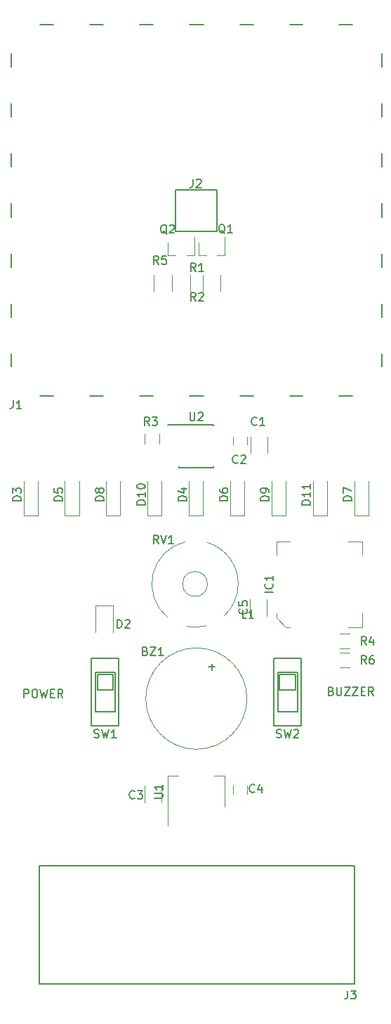
<source format=gbr>
G04 #@! TF.FileFunction,Legend,Top*
%FSLAX46Y46*%
G04 Gerber Fmt 4.6, Leading zero omitted, Abs format (unit mm)*
G04 Created by KiCad (PCBNEW 4.0.7-e2-6376~58~ubuntu16.04.1) date Sat Oct 21 15:52:31 2017*
%MOMM*%
%LPD*%
G01*
G04 APERTURE LIST*
%ADD10C,0.100000*%
%ADD11C,0.150000*%
%ADD12C,0.120000*%
G04 APERTURE END LIST*
D10*
D11*
X81056000Y-193154000D02*
X81056000Y-178904000D01*
X119056000Y-193154000D02*
X81056000Y-193154000D01*
X119056000Y-178904000D02*
X119056000Y-193154000D01*
X81056000Y-178904000D02*
X119056000Y-178904000D01*
D12*
X101339000Y-145000000D02*
G75*
G03X101339000Y-145000000I-1500000J0D01*
G01*
X105048257Y-144909343D02*
G75*
G02X103325000Y-148872000I-5209257J-90657D01*
G01*
X101187867Y-150033072D02*
G75*
G02X98845000Y-150115000I-1348867J5033072D01*
G01*
X96489053Y-148990617D02*
G75*
G02X98668000Y-139923000I3349947J3990617D01*
G01*
X101275071Y-139991827D02*
G75*
G02X105049000Y-145000000I-1436071J-5008173D01*
G01*
X106100000Y-158800000D02*
G75*
G03X106100000Y-158800000I-6100000J0D01*
G01*
X106549000Y-127246000D02*
X106549000Y-129246000D01*
X108589000Y-129246000D02*
X108589000Y-127246000D01*
X104433000Y-127246000D02*
X104433000Y-128246000D01*
X106133000Y-128246000D02*
X106133000Y-127246000D01*
D11*
X102448360Y-97576640D02*
X102448360Y-102575360D01*
X102448360Y-102575360D02*
X97449640Y-102575360D01*
X97449640Y-102575360D02*
X97449640Y-97576640D01*
X97449640Y-97576640D02*
X102448360Y-97576640D01*
X81150000Y-77665000D02*
X82750000Y-77665000D01*
X81150000Y-122335000D02*
X82750000Y-122335000D01*
X87150000Y-77665000D02*
X88750000Y-77665000D01*
X87150000Y-122335000D02*
X88750000Y-122335000D01*
X93150000Y-77665000D02*
X94750000Y-77665000D01*
X93150000Y-122335000D02*
X94750000Y-122335000D01*
X99150000Y-77665000D02*
X100850000Y-77665000D01*
X99150000Y-122335000D02*
X100850000Y-122335000D01*
X105250000Y-77665000D02*
X106850000Y-77665000D01*
X105250000Y-122335000D02*
X106850000Y-122335000D01*
X111250000Y-77665000D02*
X112850000Y-77665000D01*
X111250000Y-122335000D02*
X112850000Y-122335000D01*
X117250000Y-77665000D02*
X118850000Y-77665000D01*
X117250000Y-122335000D02*
X118850000Y-122335000D01*
X77665000Y-81150000D02*
X77665000Y-82750000D01*
X122335000Y-81150000D02*
X122335000Y-82750000D01*
X77665000Y-87150000D02*
X77665000Y-88750000D01*
X122335000Y-87150000D02*
X122335000Y-88750000D01*
X77665000Y-93150000D02*
X77665000Y-94750000D01*
X122335000Y-93150000D02*
X122335000Y-94750000D01*
X77665000Y-99150000D02*
X77665000Y-100850000D01*
X122335000Y-99150000D02*
X122335000Y-100850000D01*
X77665000Y-105250000D02*
X77665000Y-106850000D01*
X122335000Y-105250000D02*
X122335000Y-106850000D01*
X77665000Y-111250000D02*
X77665000Y-112850000D01*
X122335000Y-111250000D02*
X122335000Y-112850000D01*
X77665000Y-117250000D02*
X77665000Y-118850000D01*
X122335000Y-117250000D02*
X122335000Y-118850000D01*
D12*
X100274000Y-105408000D02*
X101204000Y-105408000D01*
X103434000Y-105408000D02*
X102504000Y-105408000D01*
X103434000Y-105408000D02*
X103434000Y-103248000D01*
X100274000Y-105408000D02*
X100274000Y-103948000D01*
X96591000Y-105408000D02*
X97521000Y-105408000D01*
X99751000Y-105408000D02*
X98821000Y-105408000D01*
X99751000Y-105408000D02*
X99751000Y-103248000D01*
X96591000Y-105408000D02*
X96591000Y-103948000D01*
X97101000Y-109765000D02*
X97101000Y-107765000D01*
X99241000Y-107765000D02*
X99241000Y-109765000D01*
X100784000Y-109765000D02*
X100784000Y-107765000D01*
X102924000Y-107765000D02*
X102924000Y-109765000D01*
D11*
X97925000Y-125822000D02*
X97925000Y-125872000D01*
X102075000Y-125822000D02*
X102075000Y-125967000D01*
X102075000Y-130972000D02*
X102075000Y-130827000D01*
X97925000Y-130972000D02*
X97925000Y-130827000D01*
X97925000Y-125822000D02*
X102075000Y-125822000D01*
X97925000Y-130972000D02*
X102075000Y-130972000D01*
X97925000Y-125872000D02*
X96525000Y-125872000D01*
D12*
X95762000Y-171307000D02*
X95762000Y-169307000D01*
X93722000Y-169307000D02*
X93722000Y-171307000D01*
X106133000Y-170299000D02*
X106133000Y-169299000D01*
X104433000Y-169299000D02*
X104433000Y-170299000D01*
D11*
X89950000Y-157762500D02*
X89950000Y-155862500D01*
X88050000Y-157762500D02*
X89950000Y-157762500D01*
X88050000Y-155862500D02*
X88050000Y-157762500D01*
X89950000Y-155862500D02*
X88050000Y-155862500D01*
X87812500Y-155625000D02*
X90187500Y-155625000D01*
X87812500Y-160375000D02*
X87812500Y-155625000D01*
X90187500Y-160375000D02*
X87812500Y-160375000D01*
X90187500Y-155625000D02*
X90187500Y-160375000D01*
X87337500Y-153962500D02*
X90662500Y-153962500D01*
X87337500Y-162037500D02*
X87337500Y-153962500D01*
X90662500Y-162037500D02*
X87337500Y-162037500D01*
X90662500Y-153962500D02*
X90662500Y-162037500D01*
D12*
X93735000Y-128108000D02*
X93735000Y-126908000D01*
X95495000Y-126908000D02*
X95495000Y-128108000D01*
X89960000Y-147636000D02*
X87840000Y-147636000D01*
X89960000Y-150836000D02*
X89960000Y-147636000D01*
X87840000Y-147636000D02*
X87840000Y-150836000D01*
D11*
X111950000Y-157762500D02*
X111950000Y-155862500D01*
X110050000Y-157762500D02*
X111950000Y-157762500D01*
X110050000Y-155862500D02*
X110050000Y-157762500D01*
X111950000Y-155862500D02*
X110050000Y-155862500D01*
X109812500Y-155625000D02*
X112187500Y-155625000D01*
X109812500Y-160375000D02*
X109812500Y-155625000D01*
X112187500Y-160375000D02*
X109812500Y-160375000D01*
X112187500Y-155625000D02*
X112187500Y-160375000D01*
X109337500Y-153962500D02*
X112662500Y-153962500D01*
X109337500Y-162037500D02*
X109337500Y-153962500D01*
X112662500Y-162037500D02*
X109337500Y-162037500D01*
X112662500Y-153962500D02*
X112662500Y-162037500D01*
D12*
X94891200Y-109770080D02*
X94891200Y-107770080D01*
X97031200Y-107770080D02*
X97031200Y-109770080D01*
D10*
X109643000Y-148549000D02*
X109643000Y-149049000D01*
X109643000Y-149049000D02*
X110793000Y-150199000D01*
X110793000Y-150199000D02*
X111293000Y-150199000D01*
X109643000Y-141519000D02*
X109643000Y-139869000D01*
X109643000Y-139869000D02*
X111293000Y-139869000D01*
X119973000Y-148549000D02*
X119973000Y-150199000D01*
X119973000Y-150199000D02*
X118323000Y-150199000D01*
X119973000Y-141519000D02*
X119973000Y-139869000D01*
X119973000Y-139869000D02*
X118323000Y-139869000D01*
D12*
X103410000Y-168090000D02*
X102150000Y-168090000D01*
X96590000Y-168090000D02*
X97850000Y-168090000D01*
X103410000Y-171850000D02*
X103410000Y-168090000D01*
X96590000Y-174100000D02*
X96590000Y-168090000D01*
X79160000Y-136690000D02*
X79160000Y-132640000D01*
X80860000Y-136690000D02*
X80860000Y-132640000D01*
X79160000Y-136740000D02*
X80860000Y-136740000D01*
X99099000Y-136690000D02*
X99099000Y-132640000D01*
X100799000Y-136690000D02*
X100799000Y-132640000D01*
X99099000Y-136740000D02*
X100799000Y-136740000D01*
X84144750Y-136740000D02*
X85844750Y-136740000D01*
X85844750Y-136690000D02*
X85844750Y-132640000D01*
X84144750Y-136690000D02*
X84144750Y-132640000D01*
X104083750Y-136740000D02*
X105783750Y-136740000D01*
X105783750Y-136690000D02*
X105783750Y-132640000D01*
X104083750Y-136690000D02*
X104083750Y-132640000D01*
X119038000Y-136690000D02*
X119038000Y-132640000D01*
X120738000Y-136690000D02*
X120738000Y-132640000D01*
X119038000Y-136740000D02*
X120738000Y-136740000D01*
X89129500Y-136690000D02*
X89129500Y-132640000D01*
X90829500Y-136690000D02*
X90829500Y-132640000D01*
X89129500Y-136740000D02*
X90829500Y-136740000D01*
X109068500Y-136690000D02*
X109068500Y-132640000D01*
X110768500Y-136690000D02*
X110768500Y-132640000D01*
X109068500Y-136740000D02*
X110768500Y-136740000D01*
X94114250Y-136740000D02*
X95814250Y-136740000D01*
X95814250Y-136690000D02*
X95814250Y-132640000D01*
X94114250Y-136690000D02*
X94114250Y-132640000D01*
X114053250Y-136740000D02*
X115753250Y-136740000D01*
X115753250Y-136690000D02*
X115753250Y-132640000D01*
X114053250Y-136690000D02*
X114053250Y-132640000D01*
X118456000Y-152772000D02*
X117256000Y-152772000D01*
X117256000Y-151012000D02*
X118456000Y-151012000D01*
X118456000Y-155058000D02*
X117256000Y-155058000D01*
X117256000Y-153298000D02*
X118456000Y-153298000D01*
X108462000Y-148828000D02*
X108462000Y-146828000D01*
X106422000Y-146828000D02*
X106422000Y-148828000D01*
D11*
X118238667Y-193964381D02*
X118238667Y-194678667D01*
X118191047Y-194821524D01*
X118095809Y-194916762D01*
X117952952Y-194964381D01*
X117857714Y-194964381D01*
X118619619Y-193964381D02*
X119238667Y-193964381D01*
X118905333Y-194345333D01*
X119048191Y-194345333D01*
X119143429Y-194392952D01*
X119191048Y-194440571D01*
X119238667Y-194535810D01*
X119238667Y-194773905D01*
X119191048Y-194869143D01*
X119143429Y-194916762D01*
X119048191Y-194964381D01*
X118762476Y-194964381D01*
X118667238Y-194916762D01*
X118619619Y-194869143D01*
X95416762Y-140152381D02*
X95083428Y-139676190D01*
X94845333Y-140152381D02*
X94845333Y-139152381D01*
X95226286Y-139152381D01*
X95321524Y-139200000D01*
X95369143Y-139247619D01*
X95416762Y-139342857D01*
X95416762Y-139485714D01*
X95369143Y-139580952D01*
X95321524Y-139628571D01*
X95226286Y-139676190D01*
X94845333Y-139676190D01*
X95702476Y-139152381D02*
X96035809Y-140152381D01*
X96369143Y-139152381D01*
X97226286Y-140152381D02*
X96654857Y-140152381D01*
X96940571Y-140152381D02*
X96940571Y-139152381D01*
X96845333Y-139295238D01*
X96750095Y-139390476D01*
X96654857Y-139438095D01*
X93861048Y-153090571D02*
X94003905Y-153138190D01*
X94051524Y-153185810D01*
X94099143Y-153281048D01*
X94099143Y-153423905D01*
X94051524Y-153519143D01*
X94003905Y-153566762D01*
X93908667Y-153614381D01*
X93527714Y-153614381D01*
X93527714Y-152614381D01*
X93861048Y-152614381D01*
X93956286Y-152662000D01*
X94003905Y-152709619D01*
X94051524Y-152804857D01*
X94051524Y-152900095D01*
X94003905Y-152995333D01*
X93956286Y-153042952D01*
X93861048Y-153090571D01*
X93527714Y-153090571D01*
X94432476Y-152614381D02*
X95099143Y-152614381D01*
X94432476Y-153614381D01*
X95099143Y-153614381D01*
X96003905Y-153614381D02*
X95432476Y-153614381D01*
X95718190Y-153614381D02*
X95718190Y-152614381D01*
X95622952Y-152757238D01*
X95527714Y-152852476D01*
X95432476Y-152900095D01*
X101871429Y-155380952D02*
X101871429Y-154619047D01*
X102252381Y-154999999D02*
X101490476Y-154999999D01*
X107275334Y-125833143D02*
X107227715Y-125880762D01*
X107084858Y-125928381D01*
X106989620Y-125928381D01*
X106846762Y-125880762D01*
X106751524Y-125785524D01*
X106703905Y-125690286D01*
X106656286Y-125499810D01*
X106656286Y-125356952D01*
X106703905Y-125166476D01*
X106751524Y-125071238D01*
X106846762Y-124976000D01*
X106989620Y-124928381D01*
X107084858Y-124928381D01*
X107227715Y-124976000D01*
X107275334Y-125023619D01*
X108227715Y-125928381D02*
X107656286Y-125928381D01*
X107942000Y-125928381D02*
X107942000Y-124928381D01*
X107846762Y-125071238D01*
X107751524Y-125166476D01*
X107656286Y-125214095D01*
X104989334Y-130405143D02*
X104941715Y-130452762D01*
X104798858Y-130500381D01*
X104703620Y-130500381D01*
X104560762Y-130452762D01*
X104465524Y-130357524D01*
X104417905Y-130262286D01*
X104370286Y-130071810D01*
X104370286Y-129928952D01*
X104417905Y-129738476D01*
X104465524Y-129643238D01*
X104560762Y-129548000D01*
X104703620Y-129500381D01*
X104798858Y-129500381D01*
X104941715Y-129548000D01*
X104989334Y-129595619D01*
X105370286Y-129595619D02*
X105417905Y-129548000D01*
X105513143Y-129500381D01*
X105751239Y-129500381D01*
X105846477Y-129548000D01*
X105894096Y-129595619D01*
X105941715Y-129690857D01*
X105941715Y-129786095D01*
X105894096Y-129928952D01*
X105322667Y-130500381D01*
X105941715Y-130500381D01*
X99575027Y-96272101D02*
X99575027Y-96986387D01*
X99527407Y-97129244D01*
X99432169Y-97224482D01*
X99289312Y-97272101D01*
X99194074Y-97272101D01*
X100003598Y-96367339D02*
X100051217Y-96319720D01*
X100146455Y-96272101D01*
X100384551Y-96272101D01*
X100479789Y-96319720D01*
X100527408Y-96367339D01*
X100575027Y-96462577D01*
X100575027Y-96557815D01*
X100527408Y-96700672D01*
X99955979Y-97272101D01*
X100575027Y-97272101D01*
X77898667Y-122896381D02*
X77898667Y-123610667D01*
X77851047Y-123753524D01*
X77755809Y-123848762D01*
X77612952Y-123896381D01*
X77517714Y-123896381D01*
X78898667Y-123896381D02*
X78327238Y-123896381D01*
X78612952Y-123896381D02*
X78612952Y-122896381D01*
X78517714Y-123039238D01*
X78422476Y-123134476D01*
X78327238Y-123182095D01*
X103445322Y-102792779D02*
X103350084Y-102745160D01*
X103254846Y-102649922D01*
X103111989Y-102507065D01*
X103016750Y-102459446D01*
X102921512Y-102459446D01*
X102969131Y-102697541D02*
X102873893Y-102649922D01*
X102778655Y-102554684D01*
X102731036Y-102364208D01*
X102731036Y-102030874D01*
X102778655Y-101840398D01*
X102873893Y-101745160D01*
X102969131Y-101697541D01*
X103159608Y-101697541D01*
X103254846Y-101745160D01*
X103350084Y-101840398D01*
X103397703Y-102030874D01*
X103397703Y-102364208D01*
X103350084Y-102554684D01*
X103254846Y-102649922D01*
X103159608Y-102697541D01*
X102969131Y-102697541D01*
X104350084Y-102697541D02*
X103778655Y-102697541D01*
X104064369Y-102697541D02*
X104064369Y-101697541D01*
X103969131Y-101840398D01*
X103873893Y-101935636D01*
X103778655Y-101983255D01*
X96450162Y-102858819D02*
X96354924Y-102811200D01*
X96259686Y-102715962D01*
X96116829Y-102573105D01*
X96021590Y-102525486D01*
X95926352Y-102525486D01*
X95973971Y-102763581D02*
X95878733Y-102715962D01*
X95783495Y-102620724D01*
X95735876Y-102430248D01*
X95735876Y-102096914D01*
X95783495Y-101906438D01*
X95878733Y-101811200D01*
X95973971Y-101763581D01*
X96164448Y-101763581D01*
X96259686Y-101811200D01*
X96354924Y-101906438D01*
X96402543Y-102096914D01*
X96402543Y-102430248D01*
X96354924Y-102620724D01*
X96259686Y-102715962D01*
X96164448Y-102763581D01*
X95973971Y-102763581D01*
X96783495Y-101858819D02*
X96831114Y-101811200D01*
X96926352Y-101763581D01*
X97164448Y-101763581D01*
X97259686Y-101811200D01*
X97307305Y-101858819D01*
X97354924Y-101954057D01*
X97354924Y-102049295D01*
X97307305Y-102192152D01*
X96735876Y-102763581D01*
X97354924Y-102763581D01*
X99909334Y-107386381D02*
X99576000Y-106910190D01*
X99337905Y-107386381D02*
X99337905Y-106386381D01*
X99718858Y-106386381D01*
X99814096Y-106434000D01*
X99861715Y-106481619D01*
X99909334Y-106576857D01*
X99909334Y-106719714D01*
X99861715Y-106814952D01*
X99814096Y-106862571D01*
X99718858Y-106910190D01*
X99337905Y-106910190D01*
X100861715Y-107386381D02*
X100290286Y-107386381D01*
X100576000Y-107386381D02*
X100576000Y-106386381D01*
X100480762Y-106529238D01*
X100385524Y-106624476D01*
X100290286Y-106672095D01*
X99909334Y-110942381D02*
X99576000Y-110466190D01*
X99337905Y-110942381D02*
X99337905Y-109942381D01*
X99718858Y-109942381D01*
X99814096Y-109990000D01*
X99861715Y-110037619D01*
X99909334Y-110132857D01*
X99909334Y-110275714D01*
X99861715Y-110370952D01*
X99814096Y-110418571D01*
X99718858Y-110466190D01*
X99337905Y-110466190D01*
X100290286Y-110037619D02*
X100337905Y-109990000D01*
X100433143Y-109942381D01*
X100671239Y-109942381D01*
X100766477Y-109990000D01*
X100814096Y-110037619D01*
X100861715Y-110132857D01*
X100861715Y-110228095D01*
X100814096Y-110370952D01*
X100242667Y-110942381D01*
X100861715Y-110942381D01*
X99238095Y-124349381D02*
X99238095Y-125158905D01*
X99285714Y-125254143D01*
X99333333Y-125301762D01*
X99428571Y-125349381D01*
X99619048Y-125349381D01*
X99714286Y-125301762D01*
X99761905Y-125254143D01*
X99809524Y-125158905D01*
X99809524Y-124349381D01*
X100238095Y-124444619D02*
X100285714Y-124397000D01*
X100380952Y-124349381D01*
X100619048Y-124349381D01*
X100714286Y-124397000D01*
X100761905Y-124444619D01*
X100809524Y-124539857D01*
X100809524Y-124635095D01*
X100761905Y-124777952D01*
X100190476Y-125349381D01*
X100809524Y-125349381D01*
X92543334Y-170791143D02*
X92495715Y-170838762D01*
X92352858Y-170886381D01*
X92257620Y-170886381D01*
X92114762Y-170838762D01*
X92019524Y-170743524D01*
X91971905Y-170648286D01*
X91924286Y-170457810D01*
X91924286Y-170314952D01*
X91971905Y-170124476D01*
X92019524Y-170029238D01*
X92114762Y-169934000D01*
X92257620Y-169886381D01*
X92352858Y-169886381D01*
X92495715Y-169934000D01*
X92543334Y-169981619D01*
X92876667Y-169886381D02*
X93495715Y-169886381D01*
X93162381Y-170267333D01*
X93305239Y-170267333D01*
X93400477Y-170314952D01*
X93448096Y-170362571D01*
X93495715Y-170457810D01*
X93495715Y-170695905D01*
X93448096Y-170791143D01*
X93400477Y-170838762D01*
X93305239Y-170886381D01*
X93019524Y-170886381D01*
X92924286Y-170838762D01*
X92876667Y-170791143D01*
X107021334Y-170029143D02*
X106973715Y-170076762D01*
X106830858Y-170124381D01*
X106735620Y-170124381D01*
X106592762Y-170076762D01*
X106497524Y-169981524D01*
X106449905Y-169886286D01*
X106402286Y-169695810D01*
X106402286Y-169552952D01*
X106449905Y-169362476D01*
X106497524Y-169267238D01*
X106592762Y-169172000D01*
X106735620Y-169124381D01*
X106830858Y-169124381D01*
X106973715Y-169172000D01*
X107021334Y-169219619D01*
X107878477Y-169457714D02*
X107878477Y-170124381D01*
X107640381Y-169076762D02*
X107402286Y-169791048D01*
X108021334Y-169791048D01*
X87666667Y-163472762D02*
X87809524Y-163520381D01*
X88047620Y-163520381D01*
X88142858Y-163472762D01*
X88190477Y-163425143D01*
X88238096Y-163329905D01*
X88238096Y-163234667D01*
X88190477Y-163139429D01*
X88142858Y-163091810D01*
X88047620Y-163044190D01*
X87857143Y-162996571D01*
X87761905Y-162948952D01*
X87714286Y-162901333D01*
X87666667Y-162806095D01*
X87666667Y-162710857D01*
X87714286Y-162615619D01*
X87761905Y-162568000D01*
X87857143Y-162520381D01*
X88095239Y-162520381D01*
X88238096Y-162568000D01*
X88571429Y-162520381D02*
X88809524Y-163520381D01*
X89000001Y-162806095D01*
X89190477Y-163520381D01*
X89428572Y-162520381D01*
X90333334Y-163520381D02*
X89761905Y-163520381D01*
X90047619Y-163520381D02*
X90047619Y-162520381D01*
X89952381Y-162663238D01*
X89857143Y-162758476D01*
X89761905Y-162806095D01*
X79224476Y-158694381D02*
X79224476Y-157694381D01*
X79605429Y-157694381D01*
X79700667Y-157742000D01*
X79748286Y-157789619D01*
X79795905Y-157884857D01*
X79795905Y-158027714D01*
X79748286Y-158122952D01*
X79700667Y-158170571D01*
X79605429Y-158218190D01*
X79224476Y-158218190D01*
X80414952Y-157694381D02*
X80605429Y-157694381D01*
X80700667Y-157742000D01*
X80795905Y-157837238D01*
X80843524Y-158027714D01*
X80843524Y-158361048D01*
X80795905Y-158551524D01*
X80700667Y-158646762D01*
X80605429Y-158694381D01*
X80414952Y-158694381D01*
X80319714Y-158646762D01*
X80224476Y-158551524D01*
X80176857Y-158361048D01*
X80176857Y-158027714D01*
X80224476Y-157837238D01*
X80319714Y-157742000D01*
X80414952Y-157694381D01*
X81176857Y-157694381D02*
X81414952Y-158694381D01*
X81605429Y-157980095D01*
X81795905Y-158694381D01*
X82034000Y-157694381D01*
X82414952Y-158170571D02*
X82748286Y-158170571D01*
X82891143Y-158694381D02*
X82414952Y-158694381D01*
X82414952Y-157694381D01*
X82891143Y-157694381D01*
X83891143Y-158694381D02*
X83557809Y-158218190D01*
X83319714Y-158694381D02*
X83319714Y-157694381D01*
X83700667Y-157694381D01*
X83795905Y-157742000D01*
X83843524Y-157789619D01*
X83891143Y-157884857D01*
X83891143Y-158027714D01*
X83843524Y-158122952D01*
X83795905Y-158170571D01*
X83700667Y-158218190D01*
X83319714Y-158218190D01*
X94321334Y-125928381D02*
X93988000Y-125452190D01*
X93749905Y-125928381D02*
X93749905Y-124928381D01*
X94130858Y-124928381D01*
X94226096Y-124976000D01*
X94273715Y-125023619D01*
X94321334Y-125118857D01*
X94321334Y-125261714D01*
X94273715Y-125356952D01*
X94226096Y-125404571D01*
X94130858Y-125452190D01*
X93749905Y-125452190D01*
X94654667Y-124928381D02*
X95273715Y-124928381D01*
X94940381Y-125309333D01*
X95083239Y-125309333D01*
X95178477Y-125356952D01*
X95226096Y-125404571D01*
X95273715Y-125499810D01*
X95273715Y-125737905D01*
X95226096Y-125833143D01*
X95178477Y-125880762D01*
X95083239Y-125928381D01*
X94797524Y-125928381D01*
X94702286Y-125880762D01*
X94654667Y-125833143D01*
X90447905Y-150312381D02*
X90447905Y-149312381D01*
X90686000Y-149312381D01*
X90828858Y-149360000D01*
X90924096Y-149455238D01*
X90971715Y-149550476D01*
X91019334Y-149740952D01*
X91019334Y-149883810D01*
X90971715Y-150074286D01*
X90924096Y-150169524D01*
X90828858Y-150264762D01*
X90686000Y-150312381D01*
X90447905Y-150312381D01*
X91400286Y-149407619D02*
X91447905Y-149360000D01*
X91543143Y-149312381D01*
X91781239Y-149312381D01*
X91876477Y-149360000D01*
X91924096Y-149407619D01*
X91971715Y-149502857D01*
X91971715Y-149598095D01*
X91924096Y-149740952D01*
X91352667Y-150312381D01*
X91971715Y-150312381D01*
X109666667Y-163472762D02*
X109809524Y-163520381D01*
X110047620Y-163520381D01*
X110142858Y-163472762D01*
X110190477Y-163425143D01*
X110238096Y-163329905D01*
X110238096Y-163234667D01*
X110190477Y-163139429D01*
X110142858Y-163091810D01*
X110047620Y-163044190D01*
X109857143Y-162996571D01*
X109761905Y-162948952D01*
X109714286Y-162901333D01*
X109666667Y-162806095D01*
X109666667Y-162710857D01*
X109714286Y-162615619D01*
X109761905Y-162568000D01*
X109857143Y-162520381D01*
X110095239Y-162520381D01*
X110238096Y-162568000D01*
X110571429Y-162520381D02*
X110809524Y-163520381D01*
X111000001Y-162806095D01*
X111190477Y-163520381D01*
X111428572Y-162520381D01*
X111761905Y-162615619D02*
X111809524Y-162568000D01*
X111904762Y-162520381D01*
X112142858Y-162520381D01*
X112238096Y-162568000D01*
X112285715Y-162615619D01*
X112333334Y-162710857D01*
X112333334Y-162806095D01*
X112285715Y-162948952D01*
X111714286Y-163520381D01*
X112333334Y-163520381D01*
X116260858Y-157916571D02*
X116403715Y-157964190D01*
X116451334Y-158011810D01*
X116498953Y-158107048D01*
X116498953Y-158249905D01*
X116451334Y-158345143D01*
X116403715Y-158392762D01*
X116308477Y-158440381D01*
X115927524Y-158440381D01*
X115927524Y-157440381D01*
X116260858Y-157440381D01*
X116356096Y-157488000D01*
X116403715Y-157535619D01*
X116451334Y-157630857D01*
X116451334Y-157726095D01*
X116403715Y-157821333D01*
X116356096Y-157868952D01*
X116260858Y-157916571D01*
X115927524Y-157916571D01*
X116927524Y-157440381D02*
X116927524Y-158249905D01*
X116975143Y-158345143D01*
X117022762Y-158392762D01*
X117118000Y-158440381D01*
X117308477Y-158440381D01*
X117403715Y-158392762D01*
X117451334Y-158345143D01*
X117498953Y-158249905D01*
X117498953Y-157440381D01*
X117879905Y-157440381D02*
X118546572Y-157440381D01*
X117879905Y-158440381D01*
X118546572Y-158440381D01*
X118832286Y-157440381D02*
X119498953Y-157440381D01*
X118832286Y-158440381D01*
X119498953Y-158440381D01*
X119879905Y-157916571D02*
X120213239Y-157916571D01*
X120356096Y-158440381D02*
X119879905Y-158440381D01*
X119879905Y-157440381D01*
X120356096Y-157440381D01*
X121356096Y-158440381D02*
X121022762Y-157964190D01*
X120784667Y-158440381D02*
X120784667Y-157440381D01*
X121165620Y-157440381D01*
X121260858Y-157488000D01*
X121308477Y-157535619D01*
X121356096Y-157630857D01*
X121356096Y-157773714D01*
X121308477Y-157868952D01*
X121260858Y-157916571D01*
X121165620Y-157964190D01*
X120784667Y-157964190D01*
X95449094Y-106507541D02*
X95115760Y-106031350D01*
X94877665Y-106507541D02*
X94877665Y-105507541D01*
X95258618Y-105507541D01*
X95353856Y-105555160D01*
X95401475Y-105602779D01*
X95449094Y-105698017D01*
X95449094Y-105840874D01*
X95401475Y-105936112D01*
X95353856Y-105983731D01*
X95258618Y-106031350D01*
X94877665Y-106031350D01*
X96353856Y-105507541D02*
X95877665Y-105507541D01*
X95830046Y-105983731D01*
X95877665Y-105936112D01*
X95972903Y-105888493D01*
X96210999Y-105888493D01*
X96306237Y-105936112D01*
X96353856Y-105983731D01*
X96401475Y-106078970D01*
X96401475Y-106317065D01*
X96353856Y-106412303D01*
X96306237Y-106459922D01*
X96210999Y-106507541D01*
X95972903Y-106507541D01*
X95877665Y-106459922D01*
X95830046Y-106412303D01*
X109245381Y-146010190D02*
X108245381Y-146010190D01*
X109150143Y-144962571D02*
X109197762Y-145010190D01*
X109245381Y-145153047D01*
X109245381Y-145248285D01*
X109197762Y-145391143D01*
X109102524Y-145486381D01*
X109007286Y-145534000D01*
X108816810Y-145581619D01*
X108673952Y-145581619D01*
X108483476Y-145534000D01*
X108388238Y-145486381D01*
X108293000Y-145391143D01*
X108245381Y-145248285D01*
X108245381Y-145153047D01*
X108293000Y-145010190D01*
X108340619Y-144962571D01*
X109245381Y-144010190D02*
X109245381Y-144581619D01*
X109245381Y-144295905D02*
X108245381Y-144295905D01*
X108388238Y-144391143D01*
X108483476Y-144486381D01*
X108531095Y-144581619D01*
X94952381Y-170761905D02*
X95761905Y-170761905D01*
X95857143Y-170714286D01*
X95904762Y-170666667D01*
X95952381Y-170571429D01*
X95952381Y-170380952D01*
X95904762Y-170285714D01*
X95857143Y-170238095D01*
X95761905Y-170190476D01*
X94952381Y-170190476D01*
X95952381Y-169190476D02*
X95952381Y-169761905D01*
X95952381Y-169476191D02*
X94952381Y-169476191D01*
X95095238Y-169571429D01*
X95190476Y-169666667D01*
X95238095Y-169761905D01*
X78862381Y-134978095D02*
X77862381Y-134978095D01*
X77862381Y-134740000D01*
X77910000Y-134597142D01*
X78005238Y-134501904D01*
X78100476Y-134454285D01*
X78290952Y-134406666D01*
X78433810Y-134406666D01*
X78624286Y-134454285D01*
X78719524Y-134501904D01*
X78814762Y-134597142D01*
X78862381Y-134740000D01*
X78862381Y-134978095D01*
X77862381Y-134073333D02*
X77862381Y-133454285D01*
X78243333Y-133787619D01*
X78243333Y-133644761D01*
X78290952Y-133549523D01*
X78338571Y-133501904D01*
X78433810Y-133454285D01*
X78671905Y-133454285D01*
X78767143Y-133501904D01*
X78814762Y-133549523D01*
X78862381Y-133644761D01*
X78862381Y-133930476D01*
X78814762Y-134025714D01*
X78767143Y-134073333D01*
X98801381Y-134978095D02*
X97801381Y-134978095D01*
X97801381Y-134740000D01*
X97849000Y-134597142D01*
X97944238Y-134501904D01*
X98039476Y-134454285D01*
X98229952Y-134406666D01*
X98372810Y-134406666D01*
X98563286Y-134454285D01*
X98658524Y-134501904D01*
X98753762Y-134597142D01*
X98801381Y-134740000D01*
X98801381Y-134978095D01*
X98134714Y-133549523D02*
X98801381Y-133549523D01*
X97753762Y-133787619D02*
X98468048Y-134025714D01*
X98468048Y-133406666D01*
X83847131Y-134978095D02*
X82847131Y-134978095D01*
X82847131Y-134740000D01*
X82894750Y-134597142D01*
X82989988Y-134501904D01*
X83085226Y-134454285D01*
X83275702Y-134406666D01*
X83418560Y-134406666D01*
X83609036Y-134454285D01*
X83704274Y-134501904D01*
X83799512Y-134597142D01*
X83847131Y-134740000D01*
X83847131Y-134978095D01*
X82847131Y-133501904D02*
X82847131Y-133978095D01*
X83323321Y-134025714D01*
X83275702Y-133978095D01*
X83228083Y-133882857D01*
X83228083Y-133644761D01*
X83275702Y-133549523D01*
X83323321Y-133501904D01*
X83418560Y-133454285D01*
X83656655Y-133454285D01*
X83751893Y-133501904D01*
X83799512Y-133549523D01*
X83847131Y-133644761D01*
X83847131Y-133882857D01*
X83799512Y-133978095D01*
X83751893Y-134025714D01*
X103786131Y-134978095D02*
X102786131Y-134978095D01*
X102786131Y-134740000D01*
X102833750Y-134597142D01*
X102928988Y-134501904D01*
X103024226Y-134454285D01*
X103214702Y-134406666D01*
X103357560Y-134406666D01*
X103548036Y-134454285D01*
X103643274Y-134501904D01*
X103738512Y-134597142D01*
X103786131Y-134740000D01*
X103786131Y-134978095D01*
X102786131Y-133549523D02*
X102786131Y-133740000D01*
X102833750Y-133835238D01*
X102881369Y-133882857D01*
X103024226Y-133978095D01*
X103214702Y-134025714D01*
X103595655Y-134025714D01*
X103690893Y-133978095D01*
X103738512Y-133930476D01*
X103786131Y-133835238D01*
X103786131Y-133644761D01*
X103738512Y-133549523D01*
X103690893Y-133501904D01*
X103595655Y-133454285D01*
X103357560Y-133454285D01*
X103262321Y-133501904D01*
X103214702Y-133549523D01*
X103167083Y-133644761D01*
X103167083Y-133835238D01*
X103214702Y-133930476D01*
X103262321Y-133978095D01*
X103357560Y-134025714D01*
X118740381Y-134978095D02*
X117740381Y-134978095D01*
X117740381Y-134740000D01*
X117788000Y-134597142D01*
X117883238Y-134501904D01*
X117978476Y-134454285D01*
X118168952Y-134406666D01*
X118311810Y-134406666D01*
X118502286Y-134454285D01*
X118597524Y-134501904D01*
X118692762Y-134597142D01*
X118740381Y-134740000D01*
X118740381Y-134978095D01*
X117740381Y-134073333D02*
X117740381Y-133406666D01*
X118740381Y-133835238D01*
X88831881Y-134978095D02*
X87831881Y-134978095D01*
X87831881Y-134740000D01*
X87879500Y-134597142D01*
X87974738Y-134501904D01*
X88069976Y-134454285D01*
X88260452Y-134406666D01*
X88403310Y-134406666D01*
X88593786Y-134454285D01*
X88689024Y-134501904D01*
X88784262Y-134597142D01*
X88831881Y-134740000D01*
X88831881Y-134978095D01*
X88260452Y-133835238D02*
X88212833Y-133930476D01*
X88165214Y-133978095D01*
X88069976Y-134025714D01*
X88022357Y-134025714D01*
X87927119Y-133978095D01*
X87879500Y-133930476D01*
X87831881Y-133835238D01*
X87831881Y-133644761D01*
X87879500Y-133549523D01*
X87927119Y-133501904D01*
X88022357Y-133454285D01*
X88069976Y-133454285D01*
X88165214Y-133501904D01*
X88212833Y-133549523D01*
X88260452Y-133644761D01*
X88260452Y-133835238D01*
X88308071Y-133930476D01*
X88355690Y-133978095D01*
X88450929Y-134025714D01*
X88641405Y-134025714D01*
X88736643Y-133978095D01*
X88784262Y-133930476D01*
X88831881Y-133835238D01*
X88831881Y-133644761D01*
X88784262Y-133549523D01*
X88736643Y-133501904D01*
X88641405Y-133454285D01*
X88450929Y-133454285D01*
X88355690Y-133501904D01*
X88308071Y-133549523D01*
X88260452Y-133644761D01*
X108770881Y-134978095D02*
X107770881Y-134978095D01*
X107770881Y-134740000D01*
X107818500Y-134597142D01*
X107913738Y-134501904D01*
X108008976Y-134454285D01*
X108199452Y-134406666D01*
X108342310Y-134406666D01*
X108532786Y-134454285D01*
X108628024Y-134501904D01*
X108723262Y-134597142D01*
X108770881Y-134740000D01*
X108770881Y-134978095D01*
X108770881Y-133930476D02*
X108770881Y-133740000D01*
X108723262Y-133644761D01*
X108675643Y-133597142D01*
X108532786Y-133501904D01*
X108342310Y-133454285D01*
X107961357Y-133454285D01*
X107866119Y-133501904D01*
X107818500Y-133549523D01*
X107770881Y-133644761D01*
X107770881Y-133835238D01*
X107818500Y-133930476D01*
X107866119Y-133978095D01*
X107961357Y-134025714D01*
X108199452Y-134025714D01*
X108294690Y-133978095D01*
X108342310Y-133930476D01*
X108389929Y-133835238D01*
X108389929Y-133644761D01*
X108342310Y-133549523D01*
X108294690Y-133501904D01*
X108199452Y-133454285D01*
X93816631Y-135454286D02*
X92816631Y-135454286D01*
X92816631Y-135216191D01*
X92864250Y-135073333D01*
X92959488Y-134978095D01*
X93054726Y-134930476D01*
X93245202Y-134882857D01*
X93388060Y-134882857D01*
X93578536Y-134930476D01*
X93673774Y-134978095D01*
X93769012Y-135073333D01*
X93816631Y-135216191D01*
X93816631Y-135454286D01*
X93816631Y-133930476D02*
X93816631Y-134501905D01*
X93816631Y-134216191D02*
X92816631Y-134216191D01*
X92959488Y-134311429D01*
X93054726Y-134406667D01*
X93102345Y-134501905D01*
X92816631Y-133311429D02*
X92816631Y-133216190D01*
X92864250Y-133120952D01*
X92911869Y-133073333D01*
X93007107Y-133025714D01*
X93197583Y-132978095D01*
X93435679Y-132978095D01*
X93626155Y-133025714D01*
X93721393Y-133073333D01*
X93769012Y-133120952D01*
X93816631Y-133216190D01*
X93816631Y-133311429D01*
X93769012Y-133406667D01*
X93721393Y-133454286D01*
X93626155Y-133501905D01*
X93435679Y-133549524D01*
X93197583Y-133549524D01*
X93007107Y-133501905D01*
X92911869Y-133454286D01*
X92864250Y-133406667D01*
X92816631Y-133311429D01*
X113755631Y-135454286D02*
X112755631Y-135454286D01*
X112755631Y-135216191D01*
X112803250Y-135073333D01*
X112898488Y-134978095D01*
X112993726Y-134930476D01*
X113184202Y-134882857D01*
X113327060Y-134882857D01*
X113517536Y-134930476D01*
X113612774Y-134978095D01*
X113708012Y-135073333D01*
X113755631Y-135216191D01*
X113755631Y-135454286D01*
X113755631Y-133930476D02*
X113755631Y-134501905D01*
X113755631Y-134216191D02*
X112755631Y-134216191D01*
X112898488Y-134311429D01*
X112993726Y-134406667D01*
X113041345Y-134501905D01*
X113755631Y-132978095D02*
X113755631Y-133549524D01*
X113755631Y-133263810D02*
X112755631Y-133263810D01*
X112898488Y-133359048D01*
X112993726Y-133454286D01*
X113041345Y-133549524D01*
X120483334Y-152344381D02*
X120150000Y-151868190D01*
X119911905Y-152344381D02*
X119911905Y-151344381D01*
X120292858Y-151344381D01*
X120388096Y-151392000D01*
X120435715Y-151439619D01*
X120483334Y-151534857D01*
X120483334Y-151677714D01*
X120435715Y-151772952D01*
X120388096Y-151820571D01*
X120292858Y-151868190D01*
X119911905Y-151868190D01*
X121340477Y-151677714D02*
X121340477Y-152344381D01*
X121102381Y-151296762D02*
X120864286Y-152011048D01*
X121483334Y-152011048D01*
X120483334Y-154630381D02*
X120150000Y-154154190D01*
X119911905Y-154630381D02*
X119911905Y-153630381D01*
X120292858Y-153630381D01*
X120388096Y-153678000D01*
X120435715Y-153725619D01*
X120483334Y-153820857D01*
X120483334Y-153963714D01*
X120435715Y-154058952D01*
X120388096Y-154106571D01*
X120292858Y-154154190D01*
X119911905Y-154154190D01*
X121340477Y-153630381D02*
X121150000Y-153630381D01*
X121054762Y-153678000D01*
X121007143Y-153725619D01*
X120911905Y-153868476D01*
X120864286Y-154058952D01*
X120864286Y-154439905D01*
X120911905Y-154535143D01*
X120959524Y-154582762D01*
X121054762Y-154630381D01*
X121245239Y-154630381D01*
X121340477Y-154582762D01*
X121388096Y-154535143D01*
X121435715Y-154439905D01*
X121435715Y-154201810D01*
X121388096Y-154106571D01*
X121340477Y-154058952D01*
X121245239Y-154011333D01*
X121054762Y-154011333D01*
X120959524Y-154058952D01*
X120911905Y-154106571D01*
X120864286Y-154201810D01*
X106049143Y-147994666D02*
X106096762Y-148042285D01*
X106144381Y-148185142D01*
X106144381Y-148280380D01*
X106096762Y-148423238D01*
X106001524Y-148518476D01*
X105906286Y-148566095D01*
X105715810Y-148613714D01*
X105572952Y-148613714D01*
X105382476Y-148566095D01*
X105287238Y-148518476D01*
X105192000Y-148423238D01*
X105144381Y-148280380D01*
X105144381Y-148185142D01*
X105192000Y-148042285D01*
X105239619Y-147994666D01*
X105144381Y-147089904D02*
X105144381Y-147566095D01*
X105620571Y-147613714D01*
X105572952Y-147566095D01*
X105525333Y-147470857D01*
X105525333Y-147232761D01*
X105572952Y-147137523D01*
X105620571Y-147089904D01*
X105715810Y-147042285D01*
X105953905Y-147042285D01*
X106049143Y-147089904D01*
X106096762Y-147137523D01*
X106144381Y-147232761D01*
X106144381Y-147470857D01*
X106096762Y-147566095D01*
X106049143Y-147613714D01*
X106058674Y-149143981D02*
X105582483Y-149143981D01*
X105582483Y-148143981D01*
X106915817Y-149143981D02*
X106344388Y-149143981D01*
X106630102Y-149143981D02*
X106630102Y-148143981D01*
X106534864Y-148286838D01*
X106439626Y-148382076D01*
X106344388Y-148429695D01*
M02*

</source>
